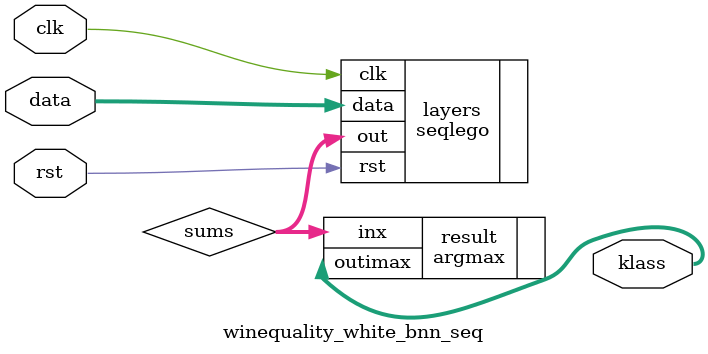
<source format=v>













module winequality_white_bnn_seq #(

parameter N = 11,
parameter M = 40,
parameter B = 4,
parameter C = 7,
parameter Ts = 5


  ) (
  input clk,
  input rst,
  input [N*B-1:0] data,
  output [$clog2(C)-1:0] klass
  );

  localparam Weights0 = 440'b01011011001001010110011000111111100001101110011110111101111010000011000010100110111100010000110010110011100101010111010001001000111000101011010101001110010111011110101100111011111000110011011010110110011111001000001111001101001001101000010110100001111111101110001001001000111100001010010111011000101010001111011111100101110010110001011100100001001001110010100011000000000001001011010100011010101110001001110001001010111111100000111001011000 ;
  localparam Weights1 = 280'b0110101101111010110110010101001100000000111001110111011111111000110100011011000011101011011100101111000011010111101100001100101101000010001100000101011110110000111010110111001011111000110101111101100011101011011100101111110011000111101100011110001101010011010011001100000001110011 ;

  localparam SumL = $clog2(M+1);
  wire [SumL*C-1:0] sums;

  seqlego #(.N(N),.B(B),.M(M),.C(C),.Weights0(Weights0),.Weights1(Weights1)) layers (
    .clk(clk),
    .rst(rst),
    .data(data),
    .out(sums)
  );

  argmax #(.N(C),.I($clog2(C)),.K(SumL)) result (
     .inx(sums),
     .outimax(klass)
  );

endmodule

</source>
